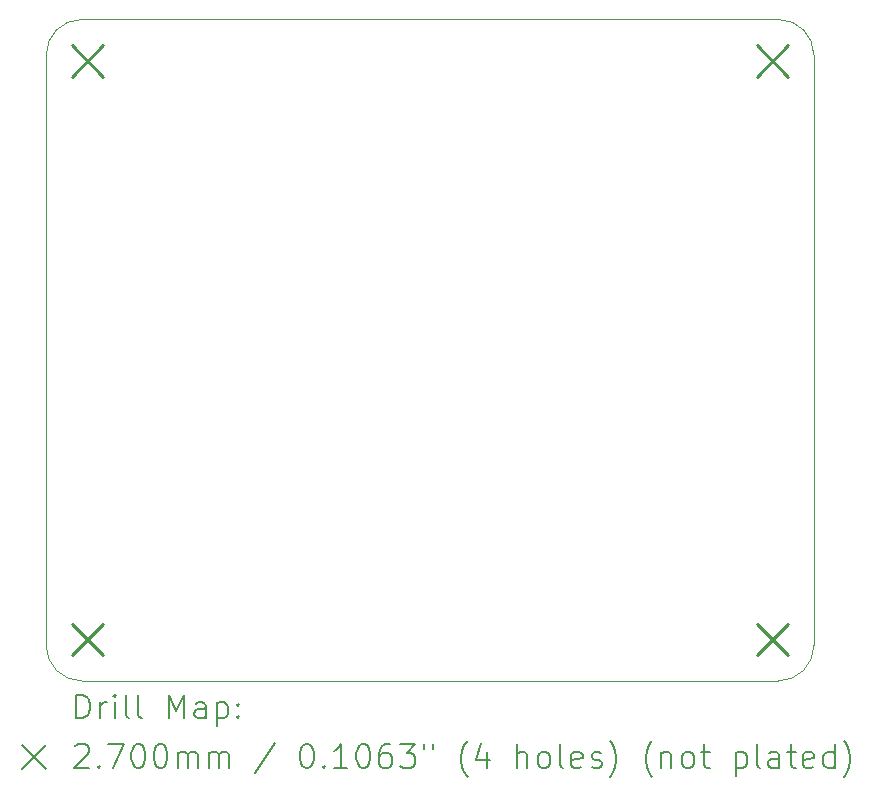
<source format=gbr>
%TF.GenerationSoftware,KiCad,Pcbnew,8.0.8*%
%TF.CreationDate,2025-03-21T11:13:47+02:00*%
%TF.ProjectId,Adacel,41646163-656c-42e6-9b69-6361645f7063,rev?*%
%TF.SameCoordinates,Original*%
%TF.FileFunction,Drillmap*%
%TF.FilePolarity,Positive*%
%FSLAX45Y45*%
G04 Gerber Fmt 4.5, Leading zero omitted, Abs format (unit mm)*
G04 Created by KiCad (PCBNEW 8.0.8) date 2025-03-21 11:13:47*
%MOMM*%
%LPD*%
G01*
G04 APERTURE LIST*
%ADD10C,0.100000*%
%ADD11C,0.200000*%
%ADD12C,0.270000*%
G04 APERTURE END LIST*
D10*
X16200000Y-4400000D02*
G75*
G02*
X16500000Y-4700000I0J-300000D01*
G01*
X16500000Y-9700000D02*
X16500000Y-4700000D01*
X10300000Y-10000000D02*
G75*
G02*
X10000000Y-9700000I0J300000D01*
G01*
X10300000Y-10000000D02*
X16200000Y-10000000D01*
X16500000Y-9700000D02*
G75*
G02*
X16200000Y-10000000I-300000J0D01*
G01*
X10000000Y-4700000D02*
G75*
G02*
X10300000Y-4400000I300000J0D01*
G01*
X10000000Y-4700000D02*
X10000000Y-9700000D01*
X16200000Y-4400000D02*
X10300000Y-4400000D01*
D11*
D12*
X10215000Y-4615000D02*
X10485000Y-4885000D01*
X10485000Y-4615000D02*
X10215000Y-4885000D01*
X10215000Y-9515000D02*
X10485000Y-9785000D01*
X10485000Y-9515000D02*
X10215000Y-9785000D01*
X16015000Y-4615000D02*
X16285000Y-4885000D01*
X16285000Y-4615000D02*
X16015000Y-4885000D01*
X16015000Y-9515000D02*
X16285000Y-9785000D01*
X16285000Y-9515000D02*
X16015000Y-9785000D01*
D11*
X10255777Y-10316484D02*
X10255777Y-10116484D01*
X10255777Y-10116484D02*
X10303396Y-10116484D01*
X10303396Y-10116484D02*
X10331967Y-10126008D01*
X10331967Y-10126008D02*
X10351015Y-10145055D01*
X10351015Y-10145055D02*
X10360539Y-10164103D01*
X10360539Y-10164103D02*
X10370063Y-10202198D01*
X10370063Y-10202198D02*
X10370063Y-10230770D01*
X10370063Y-10230770D02*
X10360539Y-10268865D01*
X10360539Y-10268865D02*
X10351015Y-10287912D01*
X10351015Y-10287912D02*
X10331967Y-10306960D01*
X10331967Y-10306960D02*
X10303396Y-10316484D01*
X10303396Y-10316484D02*
X10255777Y-10316484D01*
X10455777Y-10316484D02*
X10455777Y-10183150D01*
X10455777Y-10221246D02*
X10465301Y-10202198D01*
X10465301Y-10202198D02*
X10474824Y-10192674D01*
X10474824Y-10192674D02*
X10493872Y-10183150D01*
X10493872Y-10183150D02*
X10512920Y-10183150D01*
X10579586Y-10316484D02*
X10579586Y-10183150D01*
X10579586Y-10116484D02*
X10570063Y-10126008D01*
X10570063Y-10126008D02*
X10579586Y-10135531D01*
X10579586Y-10135531D02*
X10589110Y-10126008D01*
X10589110Y-10126008D02*
X10579586Y-10116484D01*
X10579586Y-10116484D02*
X10579586Y-10135531D01*
X10703396Y-10316484D02*
X10684348Y-10306960D01*
X10684348Y-10306960D02*
X10674824Y-10287912D01*
X10674824Y-10287912D02*
X10674824Y-10116484D01*
X10808158Y-10316484D02*
X10789110Y-10306960D01*
X10789110Y-10306960D02*
X10779586Y-10287912D01*
X10779586Y-10287912D02*
X10779586Y-10116484D01*
X11036729Y-10316484D02*
X11036729Y-10116484D01*
X11036729Y-10116484D02*
X11103396Y-10259341D01*
X11103396Y-10259341D02*
X11170063Y-10116484D01*
X11170063Y-10116484D02*
X11170063Y-10316484D01*
X11351015Y-10316484D02*
X11351015Y-10211722D01*
X11351015Y-10211722D02*
X11341491Y-10192674D01*
X11341491Y-10192674D02*
X11322443Y-10183150D01*
X11322443Y-10183150D02*
X11284348Y-10183150D01*
X11284348Y-10183150D02*
X11265301Y-10192674D01*
X11351015Y-10306960D02*
X11331967Y-10316484D01*
X11331967Y-10316484D02*
X11284348Y-10316484D01*
X11284348Y-10316484D02*
X11265301Y-10306960D01*
X11265301Y-10306960D02*
X11255777Y-10287912D01*
X11255777Y-10287912D02*
X11255777Y-10268865D01*
X11255777Y-10268865D02*
X11265301Y-10249817D01*
X11265301Y-10249817D02*
X11284348Y-10240293D01*
X11284348Y-10240293D02*
X11331967Y-10240293D01*
X11331967Y-10240293D02*
X11351015Y-10230770D01*
X11446253Y-10183150D02*
X11446253Y-10383150D01*
X11446253Y-10192674D02*
X11465301Y-10183150D01*
X11465301Y-10183150D02*
X11503396Y-10183150D01*
X11503396Y-10183150D02*
X11522443Y-10192674D01*
X11522443Y-10192674D02*
X11531967Y-10202198D01*
X11531967Y-10202198D02*
X11541491Y-10221246D01*
X11541491Y-10221246D02*
X11541491Y-10278389D01*
X11541491Y-10278389D02*
X11531967Y-10297436D01*
X11531967Y-10297436D02*
X11522443Y-10306960D01*
X11522443Y-10306960D02*
X11503396Y-10316484D01*
X11503396Y-10316484D02*
X11465301Y-10316484D01*
X11465301Y-10316484D02*
X11446253Y-10306960D01*
X11627205Y-10297436D02*
X11636729Y-10306960D01*
X11636729Y-10306960D02*
X11627205Y-10316484D01*
X11627205Y-10316484D02*
X11617682Y-10306960D01*
X11617682Y-10306960D02*
X11627205Y-10297436D01*
X11627205Y-10297436D02*
X11627205Y-10316484D01*
X11627205Y-10192674D02*
X11636729Y-10202198D01*
X11636729Y-10202198D02*
X11627205Y-10211722D01*
X11627205Y-10211722D02*
X11617682Y-10202198D01*
X11617682Y-10202198D02*
X11627205Y-10192674D01*
X11627205Y-10192674D02*
X11627205Y-10211722D01*
X9795000Y-10545000D02*
X9995000Y-10745000D01*
X9995000Y-10545000D02*
X9795000Y-10745000D01*
X10246253Y-10555531D02*
X10255777Y-10546008D01*
X10255777Y-10546008D02*
X10274824Y-10536484D01*
X10274824Y-10536484D02*
X10322444Y-10536484D01*
X10322444Y-10536484D02*
X10341491Y-10546008D01*
X10341491Y-10546008D02*
X10351015Y-10555531D01*
X10351015Y-10555531D02*
X10360539Y-10574579D01*
X10360539Y-10574579D02*
X10360539Y-10593627D01*
X10360539Y-10593627D02*
X10351015Y-10622198D01*
X10351015Y-10622198D02*
X10236729Y-10736484D01*
X10236729Y-10736484D02*
X10360539Y-10736484D01*
X10446253Y-10717436D02*
X10455777Y-10726960D01*
X10455777Y-10726960D02*
X10446253Y-10736484D01*
X10446253Y-10736484D02*
X10436729Y-10726960D01*
X10436729Y-10726960D02*
X10446253Y-10717436D01*
X10446253Y-10717436D02*
X10446253Y-10736484D01*
X10522444Y-10536484D02*
X10655777Y-10536484D01*
X10655777Y-10536484D02*
X10570063Y-10736484D01*
X10770063Y-10536484D02*
X10789110Y-10536484D01*
X10789110Y-10536484D02*
X10808158Y-10546008D01*
X10808158Y-10546008D02*
X10817682Y-10555531D01*
X10817682Y-10555531D02*
X10827205Y-10574579D01*
X10827205Y-10574579D02*
X10836729Y-10612674D01*
X10836729Y-10612674D02*
X10836729Y-10660293D01*
X10836729Y-10660293D02*
X10827205Y-10698389D01*
X10827205Y-10698389D02*
X10817682Y-10717436D01*
X10817682Y-10717436D02*
X10808158Y-10726960D01*
X10808158Y-10726960D02*
X10789110Y-10736484D01*
X10789110Y-10736484D02*
X10770063Y-10736484D01*
X10770063Y-10736484D02*
X10751015Y-10726960D01*
X10751015Y-10726960D02*
X10741491Y-10717436D01*
X10741491Y-10717436D02*
X10731967Y-10698389D01*
X10731967Y-10698389D02*
X10722444Y-10660293D01*
X10722444Y-10660293D02*
X10722444Y-10612674D01*
X10722444Y-10612674D02*
X10731967Y-10574579D01*
X10731967Y-10574579D02*
X10741491Y-10555531D01*
X10741491Y-10555531D02*
X10751015Y-10546008D01*
X10751015Y-10546008D02*
X10770063Y-10536484D01*
X10960539Y-10536484D02*
X10979586Y-10536484D01*
X10979586Y-10536484D02*
X10998634Y-10546008D01*
X10998634Y-10546008D02*
X11008158Y-10555531D01*
X11008158Y-10555531D02*
X11017682Y-10574579D01*
X11017682Y-10574579D02*
X11027205Y-10612674D01*
X11027205Y-10612674D02*
X11027205Y-10660293D01*
X11027205Y-10660293D02*
X11017682Y-10698389D01*
X11017682Y-10698389D02*
X11008158Y-10717436D01*
X11008158Y-10717436D02*
X10998634Y-10726960D01*
X10998634Y-10726960D02*
X10979586Y-10736484D01*
X10979586Y-10736484D02*
X10960539Y-10736484D01*
X10960539Y-10736484D02*
X10941491Y-10726960D01*
X10941491Y-10726960D02*
X10931967Y-10717436D01*
X10931967Y-10717436D02*
X10922444Y-10698389D01*
X10922444Y-10698389D02*
X10912920Y-10660293D01*
X10912920Y-10660293D02*
X10912920Y-10612674D01*
X10912920Y-10612674D02*
X10922444Y-10574579D01*
X10922444Y-10574579D02*
X10931967Y-10555531D01*
X10931967Y-10555531D02*
X10941491Y-10546008D01*
X10941491Y-10546008D02*
X10960539Y-10536484D01*
X11112920Y-10736484D02*
X11112920Y-10603150D01*
X11112920Y-10622198D02*
X11122444Y-10612674D01*
X11122444Y-10612674D02*
X11141491Y-10603150D01*
X11141491Y-10603150D02*
X11170063Y-10603150D01*
X11170063Y-10603150D02*
X11189110Y-10612674D01*
X11189110Y-10612674D02*
X11198634Y-10631722D01*
X11198634Y-10631722D02*
X11198634Y-10736484D01*
X11198634Y-10631722D02*
X11208158Y-10612674D01*
X11208158Y-10612674D02*
X11227205Y-10603150D01*
X11227205Y-10603150D02*
X11255777Y-10603150D01*
X11255777Y-10603150D02*
X11274824Y-10612674D01*
X11274824Y-10612674D02*
X11284348Y-10631722D01*
X11284348Y-10631722D02*
X11284348Y-10736484D01*
X11379586Y-10736484D02*
X11379586Y-10603150D01*
X11379586Y-10622198D02*
X11389110Y-10612674D01*
X11389110Y-10612674D02*
X11408158Y-10603150D01*
X11408158Y-10603150D02*
X11436729Y-10603150D01*
X11436729Y-10603150D02*
X11455777Y-10612674D01*
X11455777Y-10612674D02*
X11465301Y-10631722D01*
X11465301Y-10631722D02*
X11465301Y-10736484D01*
X11465301Y-10631722D02*
X11474824Y-10612674D01*
X11474824Y-10612674D02*
X11493872Y-10603150D01*
X11493872Y-10603150D02*
X11522443Y-10603150D01*
X11522443Y-10603150D02*
X11541491Y-10612674D01*
X11541491Y-10612674D02*
X11551015Y-10631722D01*
X11551015Y-10631722D02*
X11551015Y-10736484D01*
X11941491Y-10526960D02*
X11770063Y-10784103D01*
X12198634Y-10536484D02*
X12217682Y-10536484D01*
X12217682Y-10536484D02*
X12236729Y-10546008D01*
X12236729Y-10546008D02*
X12246253Y-10555531D01*
X12246253Y-10555531D02*
X12255777Y-10574579D01*
X12255777Y-10574579D02*
X12265301Y-10612674D01*
X12265301Y-10612674D02*
X12265301Y-10660293D01*
X12265301Y-10660293D02*
X12255777Y-10698389D01*
X12255777Y-10698389D02*
X12246253Y-10717436D01*
X12246253Y-10717436D02*
X12236729Y-10726960D01*
X12236729Y-10726960D02*
X12217682Y-10736484D01*
X12217682Y-10736484D02*
X12198634Y-10736484D01*
X12198634Y-10736484D02*
X12179586Y-10726960D01*
X12179586Y-10726960D02*
X12170063Y-10717436D01*
X12170063Y-10717436D02*
X12160539Y-10698389D01*
X12160539Y-10698389D02*
X12151015Y-10660293D01*
X12151015Y-10660293D02*
X12151015Y-10612674D01*
X12151015Y-10612674D02*
X12160539Y-10574579D01*
X12160539Y-10574579D02*
X12170063Y-10555531D01*
X12170063Y-10555531D02*
X12179586Y-10546008D01*
X12179586Y-10546008D02*
X12198634Y-10536484D01*
X12351015Y-10717436D02*
X12360539Y-10726960D01*
X12360539Y-10726960D02*
X12351015Y-10736484D01*
X12351015Y-10736484D02*
X12341491Y-10726960D01*
X12341491Y-10726960D02*
X12351015Y-10717436D01*
X12351015Y-10717436D02*
X12351015Y-10736484D01*
X12551015Y-10736484D02*
X12436729Y-10736484D01*
X12493872Y-10736484D02*
X12493872Y-10536484D01*
X12493872Y-10536484D02*
X12474825Y-10565055D01*
X12474825Y-10565055D02*
X12455777Y-10584103D01*
X12455777Y-10584103D02*
X12436729Y-10593627D01*
X12674825Y-10536484D02*
X12693872Y-10536484D01*
X12693872Y-10536484D02*
X12712920Y-10546008D01*
X12712920Y-10546008D02*
X12722444Y-10555531D01*
X12722444Y-10555531D02*
X12731967Y-10574579D01*
X12731967Y-10574579D02*
X12741491Y-10612674D01*
X12741491Y-10612674D02*
X12741491Y-10660293D01*
X12741491Y-10660293D02*
X12731967Y-10698389D01*
X12731967Y-10698389D02*
X12722444Y-10717436D01*
X12722444Y-10717436D02*
X12712920Y-10726960D01*
X12712920Y-10726960D02*
X12693872Y-10736484D01*
X12693872Y-10736484D02*
X12674825Y-10736484D01*
X12674825Y-10736484D02*
X12655777Y-10726960D01*
X12655777Y-10726960D02*
X12646253Y-10717436D01*
X12646253Y-10717436D02*
X12636729Y-10698389D01*
X12636729Y-10698389D02*
X12627206Y-10660293D01*
X12627206Y-10660293D02*
X12627206Y-10612674D01*
X12627206Y-10612674D02*
X12636729Y-10574579D01*
X12636729Y-10574579D02*
X12646253Y-10555531D01*
X12646253Y-10555531D02*
X12655777Y-10546008D01*
X12655777Y-10546008D02*
X12674825Y-10536484D01*
X12912920Y-10536484D02*
X12874825Y-10536484D01*
X12874825Y-10536484D02*
X12855777Y-10546008D01*
X12855777Y-10546008D02*
X12846253Y-10555531D01*
X12846253Y-10555531D02*
X12827206Y-10584103D01*
X12827206Y-10584103D02*
X12817682Y-10622198D01*
X12817682Y-10622198D02*
X12817682Y-10698389D01*
X12817682Y-10698389D02*
X12827206Y-10717436D01*
X12827206Y-10717436D02*
X12836729Y-10726960D01*
X12836729Y-10726960D02*
X12855777Y-10736484D01*
X12855777Y-10736484D02*
X12893872Y-10736484D01*
X12893872Y-10736484D02*
X12912920Y-10726960D01*
X12912920Y-10726960D02*
X12922444Y-10717436D01*
X12922444Y-10717436D02*
X12931967Y-10698389D01*
X12931967Y-10698389D02*
X12931967Y-10650770D01*
X12931967Y-10650770D02*
X12922444Y-10631722D01*
X12922444Y-10631722D02*
X12912920Y-10622198D01*
X12912920Y-10622198D02*
X12893872Y-10612674D01*
X12893872Y-10612674D02*
X12855777Y-10612674D01*
X12855777Y-10612674D02*
X12836729Y-10622198D01*
X12836729Y-10622198D02*
X12827206Y-10631722D01*
X12827206Y-10631722D02*
X12817682Y-10650770D01*
X12998634Y-10536484D02*
X13122444Y-10536484D01*
X13122444Y-10536484D02*
X13055777Y-10612674D01*
X13055777Y-10612674D02*
X13084348Y-10612674D01*
X13084348Y-10612674D02*
X13103396Y-10622198D01*
X13103396Y-10622198D02*
X13112920Y-10631722D01*
X13112920Y-10631722D02*
X13122444Y-10650770D01*
X13122444Y-10650770D02*
X13122444Y-10698389D01*
X13122444Y-10698389D02*
X13112920Y-10717436D01*
X13112920Y-10717436D02*
X13103396Y-10726960D01*
X13103396Y-10726960D02*
X13084348Y-10736484D01*
X13084348Y-10736484D02*
X13027206Y-10736484D01*
X13027206Y-10736484D02*
X13008158Y-10726960D01*
X13008158Y-10726960D02*
X12998634Y-10717436D01*
X13198634Y-10536484D02*
X13198634Y-10574579D01*
X13274825Y-10536484D02*
X13274825Y-10574579D01*
X13570063Y-10812674D02*
X13560539Y-10803150D01*
X13560539Y-10803150D02*
X13541491Y-10774579D01*
X13541491Y-10774579D02*
X13531968Y-10755531D01*
X13531968Y-10755531D02*
X13522444Y-10726960D01*
X13522444Y-10726960D02*
X13512920Y-10679341D01*
X13512920Y-10679341D02*
X13512920Y-10641246D01*
X13512920Y-10641246D02*
X13522444Y-10593627D01*
X13522444Y-10593627D02*
X13531968Y-10565055D01*
X13531968Y-10565055D02*
X13541491Y-10546008D01*
X13541491Y-10546008D02*
X13560539Y-10517436D01*
X13560539Y-10517436D02*
X13570063Y-10507912D01*
X13731968Y-10603150D02*
X13731968Y-10736484D01*
X13684348Y-10526960D02*
X13636729Y-10669817D01*
X13636729Y-10669817D02*
X13760539Y-10669817D01*
X13989110Y-10736484D02*
X13989110Y-10536484D01*
X14074825Y-10736484D02*
X14074825Y-10631722D01*
X14074825Y-10631722D02*
X14065301Y-10612674D01*
X14065301Y-10612674D02*
X14046253Y-10603150D01*
X14046253Y-10603150D02*
X14017682Y-10603150D01*
X14017682Y-10603150D02*
X13998634Y-10612674D01*
X13998634Y-10612674D02*
X13989110Y-10622198D01*
X14198634Y-10736484D02*
X14179587Y-10726960D01*
X14179587Y-10726960D02*
X14170063Y-10717436D01*
X14170063Y-10717436D02*
X14160539Y-10698389D01*
X14160539Y-10698389D02*
X14160539Y-10641246D01*
X14160539Y-10641246D02*
X14170063Y-10622198D01*
X14170063Y-10622198D02*
X14179587Y-10612674D01*
X14179587Y-10612674D02*
X14198634Y-10603150D01*
X14198634Y-10603150D02*
X14227206Y-10603150D01*
X14227206Y-10603150D02*
X14246253Y-10612674D01*
X14246253Y-10612674D02*
X14255777Y-10622198D01*
X14255777Y-10622198D02*
X14265301Y-10641246D01*
X14265301Y-10641246D02*
X14265301Y-10698389D01*
X14265301Y-10698389D02*
X14255777Y-10717436D01*
X14255777Y-10717436D02*
X14246253Y-10726960D01*
X14246253Y-10726960D02*
X14227206Y-10736484D01*
X14227206Y-10736484D02*
X14198634Y-10736484D01*
X14379587Y-10736484D02*
X14360539Y-10726960D01*
X14360539Y-10726960D02*
X14351015Y-10707912D01*
X14351015Y-10707912D02*
X14351015Y-10536484D01*
X14531968Y-10726960D02*
X14512920Y-10736484D01*
X14512920Y-10736484D02*
X14474825Y-10736484D01*
X14474825Y-10736484D02*
X14455777Y-10726960D01*
X14455777Y-10726960D02*
X14446253Y-10707912D01*
X14446253Y-10707912D02*
X14446253Y-10631722D01*
X14446253Y-10631722D02*
X14455777Y-10612674D01*
X14455777Y-10612674D02*
X14474825Y-10603150D01*
X14474825Y-10603150D02*
X14512920Y-10603150D01*
X14512920Y-10603150D02*
X14531968Y-10612674D01*
X14531968Y-10612674D02*
X14541491Y-10631722D01*
X14541491Y-10631722D02*
X14541491Y-10650770D01*
X14541491Y-10650770D02*
X14446253Y-10669817D01*
X14617682Y-10726960D02*
X14636730Y-10736484D01*
X14636730Y-10736484D02*
X14674825Y-10736484D01*
X14674825Y-10736484D02*
X14693872Y-10726960D01*
X14693872Y-10726960D02*
X14703396Y-10707912D01*
X14703396Y-10707912D02*
X14703396Y-10698389D01*
X14703396Y-10698389D02*
X14693872Y-10679341D01*
X14693872Y-10679341D02*
X14674825Y-10669817D01*
X14674825Y-10669817D02*
X14646253Y-10669817D01*
X14646253Y-10669817D02*
X14627206Y-10660293D01*
X14627206Y-10660293D02*
X14617682Y-10641246D01*
X14617682Y-10641246D02*
X14617682Y-10631722D01*
X14617682Y-10631722D02*
X14627206Y-10612674D01*
X14627206Y-10612674D02*
X14646253Y-10603150D01*
X14646253Y-10603150D02*
X14674825Y-10603150D01*
X14674825Y-10603150D02*
X14693872Y-10612674D01*
X14770063Y-10812674D02*
X14779587Y-10803150D01*
X14779587Y-10803150D02*
X14798634Y-10774579D01*
X14798634Y-10774579D02*
X14808158Y-10755531D01*
X14808158Y-10755531D02*
X14817682Y-10726960D01*
X14817682Y-10726960D02*
X14827206Y-10679341D01*
X14827206Y-10679341D02*
X14827206Y-10641246D01*
X14827206Y-10641246D02*
X14817682Y-10593627D01*
X14817682Y-10593627D02*
X14808158Y-10565055D01*
X14808158Y-10565055D02*
X14798634Y-10546008D01*
X14798634Y-10546008D02*
X14779587Y-10517436D01*
X14779587Y-10517436D02*
X14770063Y-10507912D01*
X15131968Y-10812674D02*
X15122444Y-10803150D01*
X15122444Y-10803150D02*
X15103396Y-10774579D01*
X15103396Y-10774579D02*
X15093872Y-10755531D01*
X15093872Y-10755531D02*
X15084349Y-10726960D01*
X15084349Y-10726960D02*
X15074825Y-10679341D01*
X15074825Y-10679341D02*
X15074825Y-10641246D01*
X15074825Y-10641246D02*
X15084349Y-10593627D01*
X15084349Y-10593627D02*
X15093872Y-10565055D01*
X15093872Y-10565055D02*
X15103396Y-10546008D01*
X15103396Y-10546008D02*
X15122444Y-10517436D01*
X15122444Y-10517436D02*
X15131968Y-10507912D01*
X15208158Y-10603150D02*
X15208158Y-10736484D01*
X15208158Y-10622198D02*
X15217682Y-10612674D01*
X15217682Y-10612674D02*
X15236730Y-10603150D01*
X15236730Y-10603150D02*
X15265301Y-10603150D01*
X15265301Y-10603150D02*
X15284349Y-10612674D01*
X15284349Y-10612674D02*
X15293872Y-10631722D01*
X15293872Y-10631722D02*
X15293872Y-10736484D01*
X15417682Y-10736484D02*
X15398634Y-10726960D01*
X15398634Y-10726960D02*
X15389111Y-10717436D01*
X15389111Y-10717436D02*
X15379587Y-10698389D01*
X15379587Y-10698389D02*
X15379587Y-10641246D01*
X15379587Y-10641246D02*
X15389111Y-10622198D01*
X15389111Y-10622198D02*
X15398634Y-10612674D01*
X15398634Y-10612674D02*
X15417682Y-10603150D01*
X15417682Y-10603150D02*
X15446253Y-10603150D01*
X15446253Y-10603150D02*
X15465301Y-10612674D01*
X15465301Y-10612674D02*
X15474825Y-10622198D01*
X15474825Y-10622198D02*
X15484349Y-10641246D01*
X15484349Y-10641246D02*
X15484349Y-10698389D01*
X15484349Y-10698389D02*
X15474825Y-10717436D01*
X15474825Y-10717436D02*
X15465301Y-10726960D01*
X15465301Y-10726960D02*
X15446253Y-10736484D01*
X15446253Y-10736484D02*
X15417682Y-10736484D01*
X15541492Y-10603150D02*
X15617682Y-10603150D01*
X15570063Y-10536484D02*
X15570063Y-10707912D01*
X15570063Y-10707912D02*
X15579587Y-10726960D01*
X15579587Y-10726960D02*
X15598634Y-10736484D01*
X15598634Y-10736484D02*
X15617682Y-10736484D01*
X15836730Y-10603150D02*
X15836730Y-10803150D01*
X15836730Y-10612674D02*
X15855777Y-10603150D01*
X15855777Y-10603150D02*
X15893873Y-10603150D01*
X15893873Y-10603150D02*
X15912920Y-10612674D01*
X15912920Y-10612674D02*
X15922444Y-10622198D01*
X15922444Y-10622198D02*
X15931968Y-10641246D01*
X15931968Y-10641246D02*
X15931968Y-10698389D01*
X15931968Y-10698389D02*
X15922444Y-10717436D01*
X15922444Y-10717436D02*
X15912920Y-10726960D01*
X15912920Y-10726960D02*
X15893873Y-10736484D01*
X15893873Y-10736484D02*
X15855777Y-10736484D01*
X15855777Y-10736484D02*
X15836730Y-10726960D01*
X16046253Y-10736484D02*
X16027206Y-10726960D01*
X16027206Y-10726960D02*
X16017682Y-10707912D01*
X16017682Y-10707912D02*
X16017682Y-10536484D01*
X16208158Y-10736484D02*
X16208158Y-10631722D01*
X16208158Y-10631722D02*
X16198634Y-10612674D01*
X16198634Y-10612674D02*
X16179587Y-10603150D01*
X16179587Y-10603150D02*
X16141492Y-10603150D01*
X16141492Y-10603150D02*
X16122444Y-10612674D01*
X16208158Y-10726960D02*
X16189111Y-10736484D01*
X16189111Y-10736484D02*
X16141492Y-10736484D01*
X16141492Y-10736484D02*
X16122444Y-10726960D01*
X16122444Y-10726960D02*
X16112920Y-10707912D01*
X16112920Y-10707912D02*
X16112920Y-10688865D01*
X16112920Y-10688865D02*
X16122444Y-10669817D01*
X16122444Y-10669817D02*
X16141492Y-10660293D01*
X16141492Y-10660293D02*
X16189111Y-10660293D01*
X16189111Y-10660293D02*
X16208158Y-10650770D01*
X16274825Y-10603150D02*
X16351015Y-10603150D01*
X16303396Y-10536484D02*
X16303396Y-10707912D01*
X16303396Y-10707912D02*
X16312920Y-10726960D01*
X16312920Y-10726960D02*
X16331968Y-10736484D01*
X16331968Y-10736484D02*
X16351015Y-10736484D01*
X16493873Y-10726960D02*
X16474825Y-10736484D01*
X16474825Y-10736484D02*
X16436730Y-10736484D01*
X16436730Y-10736484D02*
X16417682Y-10726960D01*
X16417682Y-10726960D02*
X16408158Y-10707912D01*
X16408158Y-10707912D02*
X16408158Y-10631722D01*
X16408158Y-10631722D02*
X16417682Y-10612674D01*
X16417682Y-10612674D02*
X16436730Y-10603150D01*
X16436730Y-10603150D02*
X16474825Y-10603150D01*
X16474825Y-10603150D02*
X16493873Y-10612674D01*
X16493873Y-10612674D02*
X16503396Y-10631722D01*
X16503396Y-10631722D02*
X16503396Y-10650770D01*
X16503396Y-10650770D02*
X16408158Y-10669817D01*
X16674825Y-10736484D02*
X16674825Y-10536484D01*
X16674825Y-10726960D02*
X16655777Y-10736484D01*
X16655777Y-10736484D02*
X16617682Y-10736484D01*
X16617682Y-10736484D02*
X16598634Y-10726960D01*
X16598634Y-10726960D02*
X16589111Y-10717436D01*
X16589111Y-10717436D02*
X16579587Y-10698389D01*
X16579587Y-10698389D02*
X16579587Y-10641246D01*
X16579587Y-10641246D02*
X16589111Y-10622198D01*
X16589111Y-10622198D02*
X16598634Y-10612674D01*
X16598634Y-10612674D02*
X16617682Y-10603150D01*
X16617682Y-10603150D02*
X16655777Y-10603150D01*
X16655777Y-10603150D02*
X16674825Y-10612674D01*
X16751015Y-10812674D02*
X16760539Y-10803150D01*
X16760539Y-10803150D02*
X16779587Y-10774579D01*
X16779587Y-10774579D02*
X16789111Y-10755531D01*
X16789111Y-10755531D02*
X16798635Y-10726960D01*
X16798635Y-10726960D02*
X16808158Y-10679341D01*
X16808158Y-10679341D02*
X16808158Y-10641246D01*
X16808158Y-10641246D02*
X16798635Y-10593627D01*
X16798635Y-10593627D02*
X16789111Y-10565055D01*
X16789111Y-10565055D02*
X16779587Y-10546008D01*
X16779587Y-10546008D02*
X16760539Y-10517436D01*
X16760539Y-10517436D02*
X16751015Y-10507912D01*
M02*

</source>
